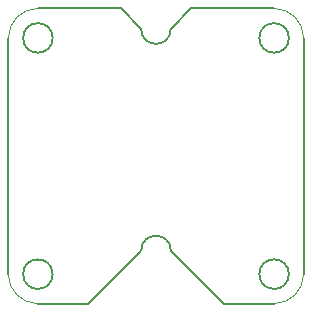
<source format=gbr>
%TF.GenerationSoftware,KiCad,Pcbnew,7.0.2*%
%TF.CreationDate,2023-10-18T18:01:30-04:00*%
%TF.ProjectId,encoder_go_v1_rev2,656e636f-6465-4725-9f67-6f5f76315f72,rev?*%
%TF.SameCoordinates,Original*%
%TF.FileFunction,Profile,NP*%
%FSLAX46Y46*%
G04 Gerber Fmt 4.6, Leading zero omitted, Abs format (unit mm)*
G04 Created by KiCad (PCBNEW 7.0.2) date 2023-10-18 18:01:30*
%MOMM*%
%LPD*%
G01*
G04 APERTURE LIST*
%TA.AperFunction,Profile*%
%ADD10C,0.150000*%
%TD*%
%TA.AperFunction,Profile*%
%ADD11C,0.100000*%
%TD*%
G04 APERTURE END LIST*
D10*
X148750000Y-108000000D02*
X144250000Y-112500000D01*
X140000000Y-87500000D02*
X147000000Y-87500000D01*
X148750000Y-89250000D02*
X147000000Y-87500000D01*
X141250000Y-110000000D02*
G75*
G03*
X141250000Y-110000000I-1250000J0D01*
G01*
X162500000Y-90000000D02*
X162500000Y-110000000D01*
X161250000Y-110000000D02*
G75*
G03*
X161250000Y-110000000I-1250000J0D01*
G01*
X151250000Y-108000000D02*
G75*
G03*
X148750000Y-108000000I-1250000J0D01*
G01*
X144250000Y-112500000D02*
X140000000Y-112500000D01*
X141250000Y-90000000D02*
G75*
G03*
X141250000Y-90000000I-1250000J0D01*
G01*
D11*
X140000000Y-87500000D02*
G75*
G03*
X137500000Y-90000000I0J-2500000D01*
G01*
D10*
X153000000Y-87500000D02*
X160000000Y-87500000D01*
X148750000Y-89250000D02*
G75*
G03*
X151250000Y-89250000I1250000J0D01*
G01*
D11*
X160000000Y-112500000D02*
G75*
G03*
X162500000Y-110000000I0J2500000D01*
G01*
D10*
X151250000Y-89250000D02*
X153000000Y-87500000D01*
D11*
X137500000Y-110000000D02*
G75*
G03*
X140000000Y-112500000I2500000J0D01*
G01*
D10*
X160000000Y-112500000D02*
X155750000Y-112500000D01*
D11*
X162500000Y-90000000D02*
G75*
G03*
X160000000Y-87500000I-2500000J0D01*
G01*
D10*
X151250000Y-108000000D02*
X155750000Y-112500000D01*
X137500000Y-110000000D02*
X137500000Y-90000000D01*
X161250000Y-90000000D02*
G75*
G03*
X161250000Y-90000000I-1250000J0D01*
G01*
M02*

</source>
